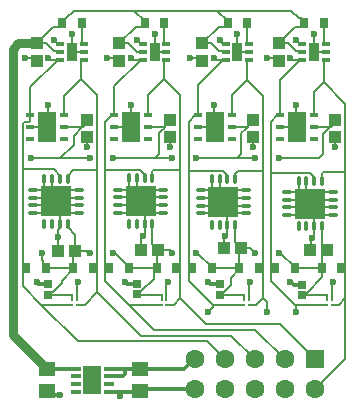
<source format=gtl>
G04*
G04 #@! TF.GenerationSoftware,Altium Limited,Altium Designer,24.5.2 (23)*
G04*
G04 Layer_Physical_Order=1*
G04 Layer_Color=255*
%FSLAX25Y25*%
%MOIN*%
G70*
G04*
G04 #@! TF.SameCoordinates,EE7ABEC0-FA62-49D2-8FE4-2AC88B8F3348*
G04*
G04*
G04 #@! TF.FilePolarity,Positive*
G04*
G01*
G75*
%ADD12C,0.00787*%
%ADD13R,0.03937X0.03937*%
%ADD14R,0.02756X0.03543*%
%ADD15R,0.02756X0.01181*%
%ADD16R,0.03504X0.06299*%
%ADD17R,0.03150X0.01575*%
%ADD18R,0.05906X0.09843*%
%ADD19R,0.10236X0.10236*%
%ADD20O,0.03347X0.01181*%
%ADD21O,0.01181X0.03347*%
%ADD22R,0.05709X0.05118*%
%ADD23R,0.03937X0.03937*%
%ADD24R,0.02835X0.02677*%
%ADD25C,0.00787*%
%ADD26R,0.05866X0.09449*%
%ADD27R,0.03543X0.01378*%
%ADD45C,0.01181*%
%ADD46C,0.02953*%
%ADD47C,0.00600*%
%ADD48R,0.06299X0.06299*%
%ADD49C,0.06299*%
%ADD50C,0.02362*%
D12*
X234252Y381890D02*
X234678D01*
X235269Y381299D01*
X236221Y387618D02*
Y387795D01*
X237421Y386417D02*
X238209D01*
X236221Y387618D02*
X237421Y386417D01*
X235269Y381299D02*
X237421D01*
X261811Y381890D02*
X262237D01*
X262828Y381299D01*
X263779Y387618D02*
Y387795D01*
X264980Y386417D02*
X265768D01*
X263779Y387618D02*
X264980Y386417D01*
X262828Y381299D02*
X264980D01*
X289370Y381890D02*
X289796D01*
X290387Y381299D01*
X291339Y387618D02*
Y387795D01*
X292539Y386417D02*
X293327D01*
X291339Y387618D02*
X292539Y386417D01*
X290387Y381299D02*
X292539D01*
X318130D02*
X318917D01*
X315977D02*
X318130D01*
X316929Y387618D02*
X318130Y386417D01*
X318917D01*
X316929Y387618D02*
Y387795D01*
X315387Y381890D02*
X315977Y381299D01*
X314961Y381890D02*
X315387D01*
X322835Y383858D02*
X326752D01*
X297244D02*
X301161D01*
X269685D02*
X273602D01*
X242126D02*
X246043D01*
X242421Y344488D02*
X250606D01*
X247605Y316929D02*
X248031D01*
X250606Y303756D02*
Y344488D01*
X246457Y299606D02*
X250606Y303756D01*
X243130Y317713D02*
X246822D01*
X247605Y316929D01*
X238764Y306988D02*
Y307706D01*
X235197Y303898D02*
X235673D01*
X242472Y311414D02*
Y311808D01*
X238764Y307706D02*
X242472Y311414D01*
X235673Y303898D02*
X238764Y306988D01*
X234252Y302953D02*
X235197Y303898D01*
X263779Y303071D02*
X264803Y304095D01*
X265201D02*
X269472Y308366D01*
X263779Y302953D02*
Y303071D01*
X269472Y310824D02*
X270457Y311808D01*
X269472Y308366D02*
Y310824D01*
X264803Y304095D02*
X265201D01*
X292760Y303898D02*
X294979Y306117D01*
X292284Y303898D02*
X292760D01*
X291339Y302953D02*
X292284Y303898D01*
X297816Y311414D02*
Y311808D01*
X294979Y308577D02*
X297816Y311414D01*
X294979Y306117D02*
Y308577D01*
X320319Y303701D02*
X325401Y308782D01*
Y311808D01*
X319843Y303701D02*
X320319D01*
X318898Y302756D02*
X319843Y303701D01*
X325394Y319547D02*
X327091Y317850D01*
X325401Y316160D02*
X327087Y317846D01*
X325401Y311808D02*
Y316160D01*
X316330Y311808D02*
X325401D01*
X311325Y316628D02*
X311904D01*
X311024Y316929D02*
X311325Y316628D01*
X316330Y311808D02*
Y312202D01*
X311904Y316628D02*
X316330Y312202D01*
X301425Y318653D02*
X303150Y316929D01*
X298437Y318653D02*
X301425D01*
X305724Y301787D02*
Y344208D01*
X297816Y318033D02*
X298437Y318653D01*
X297816Y311808D02*
Y318033D01*
X288689Y311808D02*
X297816D01*
X284263Y316628D02*
X288689Y312202D01*
X283766Y316628D02*
X284263D01*
X288689Y311808D02*
Y312202D01*
X283465Y316929D02*
X283766Y316628D01*
X274673Y317846D02*
X275590Y316929D01*
X270878Y317846D02*
X274673D01*
X270457Y317425D02*
X270878Y317846D01*
X270457Y311808D02*
Y317425D01*
X261130Y311808D02*
X270457D01*
X256704Y316628D02*
X261130Y312202D01*
X256207Y316628D02*
X256704D01*
X261130Y311808D02*
Y312202D01*
X255906Y316929D02*
X256207Y316628D01*
X242472Y317055D02*
X243130Y317713D01*
X242472Y311808D02*
Y317055D01*
X233390Y311808D02*
X242472D01*
X232283Y314567D02*
Y316929D01*
X232405Y312792D02*
X233390Y311808D01*
X232405Y312792D02*
Y314445D01*
X232283Y314567D02*
X232405Y314445D01*
X225740Y311808D02*
Y344747D01*
X273276Y358815D02*
Y359602D01*
X274803Y361130D01*
X269685Y348425D02*
X275590D01*
X255906D02*
X269685D01*
X272464Y358268D02*
X272728D01*
X271075Y356878D02*
X272464Y358268D01*
X269685Y348425D02*
X271075Y349815D01*
X272728Y358268D02*
X273276Y358815D01*
X271075Y349815D02*
Y356878D01*
X300835Y358815D02*
Y359602D01*
X302362Y361130D01*
X297244Y348425D02*
X303150D01*
X283465D02*
X297244D01*
X298634Y349815D01*
Y356878D02*
X300024Y358268D01*
X298634Y349815D02*
Y356878D01*
X300024Y358268D02*
X300287D01*
X300835Y358815D01*
X328394D02*
X330709Y361130D01*
X322764Y358815D02*
X328130D01*
X325962Y356647D02*
X328130Y358815D01*
X328394D01*
X325962Y350046D02*
Y356647D01*
X324342Y348425D02*
X325962Y350046D01*
X311024Y348425D02*
X324342D01*
X333283Y301787D02*
Y343843D01*
X325855D02*
X333283D01*
Y349917D01*
X325394Y340945D02*
Y343382D01*
X325855Y343843D01*
X333283Y352083D02*
Y366429D01*
Y349917D02*
Y352083D01*
X308457Y307685D02*
Y343601D01*
Y360571D01*
X321508Y343601D02*
X322759Y342350D01*
X308457Y343601D02*
X321508D01*
X297622Y344208D02*
X305724D01*
X296532Y343118D02*
X297622Y344208D01*
X305724D02*
Y351886D01*
X281051Y344255D02*
X292507D01*
X293822Y342940D01*
X281051Y344255D02*
Y360571D01*
Y311808D02*
Y344255D01*
Y307685D02*
Y311808D01*
X293822Y341611D02*
X293898Y341535D01*
X293822Y341611D02*
Y342940D01*
X296532Y341611D02*
Y343118D01*
X296457Y341535D02*
X296532Y341611D01*
X305724Y351886D02*
X305724Y351886D01*
X278165Y344542D02*
Y369478D01*
X269359Y344542D02*
X278165D01*
X268898Y341732D02*
Y344081D01*
X269359Y344542D01*
X278165Y301787D02*
Y344542D01*
X274803Y352362D02*
Y355405D01*
X274803Y355405D01*
X253146Y344525D02*
Y360571D01*
X264876Y344525D02*
X266263Y343137D01*
X253146Y344525D02*
X264876D01*
X253146Y307685D02*
Y344525D01*
X238189Y348425D02*
X248031D01*
X228346D02*
X238189D01*
X242682Y352918D01*
X240650Y342717D02*
X242421Y344488D01*
X250606D02*
Y369652D01*
X225740Y305756D02*
Y311808D01*
Y344747D02*
X236060D01*
X238091Y342717D01*
X225740Y344747D02*
Y359973D01*
X245717Y358815D02*
X248031Y361130D01*
X239547Y358815D02*
X245453D01*
X242682Y356044D02*
X245453Y358815D01*
X245717D01*
X242682Y352918D02*
Y356044D01*
X238091Y341634D02*
Y342717D01*
X262886Y397638D02*
X290445D01*
X266429Y393701D02*
Y394094D01*
X262886Y397638D02*
X266429Y394094D01*
X242807Y397638D02*
X262886D01*
X290445D02*
X315248D01*
X293988Y393701D02*
Y394094D01*
X290445Y397638D02*
X293988Y394094D01*
X319579Y393701D02*
Y394094D01*
Y393307D02*
Y393701D01*
X318595Y395079D02*
X319579Y394094D01*
X317807Y395079D02*
X318595D01*
X315248Y397638D02*
X317807Y395079D01*
X238870Y394094D02*
X239854Y395079D01*
X238870Y393701D02*
Y394094D01*
X239854Y395079D02*
X240248D01*
X242807Y397638D01*
X289130Y298973D02*
Y299606D01*
X287402Y297244D02*
X289130Y298973D01*
X286646Y293307D02*
X311339D01*
X307087Y297244D02*
Y300425D01*
X305724Y301787D02*
X307087Y300425D01*
X333283Y281630D02*
Y301787D01*
X323150Y271496D02*
X333283Y281630D01*
X316816Y297357D02*
Y299325D01*
X260917Y386720D02*
X263742Y383896D01*
X265730D01*
X265768Y383858D01*
X257874Y386720D02*
X260917D01*
X311339Y293307D02*
X323150Y281496D01*
X303307Y291339D02*
X313150Y281496D01*
X269492Y291339D02*
X303307D01*
X278165Y301787D02*
X286646Y293307D01*
X261224Y299606D02*
X269492Y291339D01*
X295276Y289370D02*
X303150Y281496D01*
X244094Y287402D02*
X287244D01*
X293150Y281496D01*
X250606Y303756D02*
X264992Y289370D01*
X295276D01*
X231890Y299606D02*
X244094Y287402D01*
X253146Y307685D02*
X261224Y299606D01*
X331102D02*
X333283Y301787D01*
X303543Y299606D02*
X305724Y301787D01*
X275984Y299606D02*
X278165Y301787D01*
X225740Y305756D02*
X231890Y299606D01*
X281051Y307685D02*
X289130Y299606D01*
X225740Y359973D02*
X226264Y360496D01*
X227747D01*
X228209Y360957D01*
Y362752D01*
X308457Y307685D02*
X316535Y299606D01*
X322759Y341020D02*
Y342350D01*
X308457Y360571D02*
X310638Y362752D01*
X322759Y341020D02*
X322835Y340945D01*
X310638Y362752D02*
X311425D01*
X325980Y373732D02*
X333283Y366429D01*
X281051Y360571D02*
X283232Y362752D01*
X284020D01*
X300390Y374640D02*
X305724Y369305D01*
Y351886D02*
Y369305D01*
X272831Y374813D02*
X278165Y369478D01*
X266263Y341808D02*
X266339Y341732D01*
X266263Y341808D02*
Y343137D01*
X253146Y360571D02*
X255327Y362752D01*
X256114D01*
X245272Y374986D02*
X250606Y369652D01*
X240650Y341634D02*
Y342717D01*
X228209Y358815D02*
X233878D01*
X256114D02*
X261784D01*
X284020D02*
X289689D01*
X311425D02*
X317094D01*
X329921Y352362D02*
Y355405D01*
X329921Y355405D01*
X316929Y359189D02*
Y366142D01*
X302362Y352362D02*
Y355405D01*
X302362Y355405D01*
X289370Y359189D02*
Y366142D01*
X261811Y359189D02*
Y366142D01*
X234252Y359189D02*
Y366142D01*
X233878Y358815D02*
X234252Y359189D01*
X247244Y355405D02*
X247244Y355405D01*
X247244Y352362D02*
Y355405D01*
X321650Y321277D02*
X322835Y322463D01*
X321650Y317567D02*
Y321277D01*
X322835Y322463D02*
Y325787D01*
X293898Y323301D02*
Y326378D01*
X292713Y322116D02*
X293898Y323301D01*
X265154Y321811D02*
X266339Y322996D01*
Y326575D01*
X240650Y325394D02*
Y326476D01*
Y325394D02*
X243130Y322913D01*
X238091Y325310D02*
Y326476D01*
X237405Y324625D02*
X238091Y325310D01*
X317717Y337205D02*
Y340945D01*
X320276Y334646D02*
Y340945D01*
X325394Y337205D02*
X329134D01*
X321555Y333366D02*
X322835Y334646D01*
X329134D01*
X322835D02*
X325394Y337205D01*
X322835Y332087D02*
X329134D01*
X325394Y329528D02*
X329134D01*
X322835Y332087D02*
X325394Y329528D01*
X322835Y325787D02*
Y332087D01*
X321555Y333366D02*
X322835Y332087D01*
X313976Y329528D02*
X317717D01*
X320276Y332087D02*
X321555Y333366D01*
X313976Y332087D02*
X320276D01*
X317717Y329528D02*
X320276Y332087D01*
X313976Y334646D02*
X320276D01*
X313976Y337205D02*
X317717D01*
X320276Y334646D01*
X321555Y333366D01*
X288779Y337795D02*
Y341535D01*
X291339Y335236D02*
Y341535D01*
X296457Y337795D02*
X300197D01*
X292618Y333957D02*
X293898Y335236D01*
X300197D01*
X293898D02*
X296457Y337795D01*
X293898Y332677D02*
X300197D01*
X296457Y330118D02*
X300197D01*
X293898Y332677D02*
X296457Y330118D01*
X293898Y326378D02*
Y332677D01*
X292618Y333957D02*
X293898Y332677D01*
X285039Y330118D02*
X288779D01*
X291339Y332677D02*
X292618Y333957D01*
X285039Y332677D02*
X291339D01*
X288779Y330118D02*
X291339Y332677D01*
X285039Y335236D02*
X291339D01*
X285039Y337795D02*
X288779D01*
X291339Y335236D01*
X292618Y333957D01*
X261221Y337992D02*
Y341732D01*
X263779Y335433D02*
Y341732D01*
X268898Y337992D02*
X272638D01*
X265059Y334154D02*
X266339Y335433D01*
X272638D01*
X266339D02*
X268898Y337992D01*
X266339Y332874D02*
X272638D01*
X268898Y330315D02*
X272638D01*
X266339Y332874D02*
X268898Y330315D01*
X266339Y326575D02*
Y332874D01*
X265059Y334154D02*
X266339Y332874D01*
X257480Y330315D02*
X261221D01*
X263779Y332874D02*
X265059Y334154D01*
X257480Y332874D02*
X263779D01*
X261221Y330315D02*
X263779Y332874D01*
X257480Y335433D02*
X263779D01*
X257480Y337992D02*
X261221D01*
X263779Y335433D01*
X265059Y334154D01*
X235531Y335335D02*
X236811Y334055D01*
X232972Y337894D02*
X235531Y335335D01*
X229232Y337894D02*
X232972D01*
X229232Y335335D02*
X235531D01*
X232972Y330217D02*
X235531Y332776D01*
X229232D02*
X235531D01*
X236811Y334055D01*
X229232Y330217D02*
X232972D01*
X236811Y334055D02*
X238091Y332776D01*
Y326476D02*
Y332776D01*
X240650Y330217D01*
X244390D01*
X238091Y332776D02*
X244390D01*
X238091Y335335D02*
X240650Y337894D01*
X238091Y335335D02*
X244390D01*
X236811Y334055D02*
X238091Y335335D01*
X240650Y337894D02*
X244390D01*
X235531Y335335D02*
Y341634D01*
X232972Y337894D02*
Y341634D01*
X295358Y358815D02*
X300835D01*
X267453D02*
X273276D01*
X325980Y373732D02*
Y381102D01*
X326177Y381299D01*
X326752D01*
X322764Y362752D02*
Y370516D01*
X325980Y373732D01*
X311425Y374594D02*
X318130Y381299D01*
X311425Y362752D02*
Y374594D01*
X295358Y369608D02*
X300390Y374640D01*
Y381102D01*
X295358Y362752D02*
Y369608D01*
X300390Y381102D02*
X300587Y381299D01*
X301161D01*
X284020Y372780D02*
X292539Y381299D01*
X293327D01*
X284020Y362752D02*
Y372780D01*
X267453Y369435D02*
X272831Y374813D01*
Y381102D01*
X273028Y381299D01*
X267453Y362752D02*
Y369435D01*
X273028Y381299D02*
X273602D01*
X256114Y362752D02*
Y372433D01*
X264980Y381299D01*
X265768D01*
X245272Y374986D02*
Y381102D01*
X245468Y381299D01*
X246043D01*
X239547Y362752D02*
Y369262D01*
X245272Y374986D01*
X228209Y372087D02*
X237421Y381299D01*
X228209Y362752D02*
Y372087D01*
X237421Y381299D02*
X238209D01*
X322835Y383858D02*
Y389764D01*
X322835Y389764D01*
X297244Y383858D02*
Y389764D01*
X297244Y389764D01*
X269685Y383858D02*
Y389764D01*
X269685Y389764D01*
X242126Y389764D02*
X242126Y389764D01*
X242126Y383858D02*
Y389764D01*
X307087Y381890D02*
X310130D01*
X311024Y380996D01*
X281496Y381890D02*
X284539D01*
X285433Y380996D01*
X253937Y381890D02*
X256980D01*
X257874Y380996D01*
X229421Y381890D02*
X230315Y380996D01*
X226378Y381890D02*
X229421D01*
X265154Y317846D02*
Y321811D01*
X237405Y317713D02*
Y324625D01*
X325394Y319547D02*
Y325787D01*
X245382Y386614D02*
Y393701D01*
Y386614D02*
X245579Y386417D01*
X246043D01*
X273138D02*
X273602D01*
X272941Y386614D02*
Y393701D01*
Y386614D02*
X273138Y386417D01*
X300697D02*
X301161D01*
X300500Y386614D02*
Y393701D01*
Y386614D02*
X300697Y386417D01*
X326091Y386614D02*
Y393701D01*
Y386614D02*
X326287Y386417D01*
X326752D01*
X316626Y392323D02*
X318595D01*
X319579Y393307D01*
X311024Y386720D02*
X316626Y392323D01*
X316839Y384055D02*
X318721D01*
X311024Y386720D02*
X314173D01*
X316839Y384055D01*
X318721D02*
X318917Y383858D01*
X291248Y384055D02*
X293130D01*
X293327Y383858D01*
X285433Y386720D02*
X288583D01*
X291248Y384055D01*
X293988Y393307D02*
Y393701D01*
X285433Y386720D02*
X291035Y392323D01*
X293004D01*
X293988Y393307D01*
X263476Y392323D02*
X265445D01*
X266429Y393307D01*
Y393701D01*
X257874Y386720D02*
X263476Y392323D01*
X237886D02*
X238870Y393307D01*
Y393701D01*
X235917Y392323D02*
X237886D01*
X230315Y386720D02*
X235917Y392323D01*
X233465Y386720D02*
X236130Y384055D01*
X238012D02*
X238209Y383858D01*
X230315Y386720D02*
X233465D01*
X236130Y384055D02*
X238012D01*
X243130Y317713D02*
Y322913D01*
X268898Y319827D02*
Y326575D01*
Y319827D02*
X270878Y317846D01*
X292713Y318653D02*
Y322116D01*
X296457Y320634D02*
Y326378D01*
Y320634D02*
X298437Y318653D01*
D13*
X230315Y380996D02*
D03*
Y386720D02*
D03*
X257874Y380996D02*
D03*
Y386720D02*
D03*
X285433Y380996D02*
D03*
Y386720D02*
D03*
X311024Y380996D02*
D03*
Y386720D02*
D03*
X247244Y355405D02*
D03*
Y361130D02*
D03*
X329921Y355405D02*
D03*
Y361130D02*
D03*
X302362Y355405D02*
D03*
Y361130D02*
D03*
X274803Y355405D02*
D03*
Y361130D02*
D03*
D14*
X245382Y393701D02*
D03*
X238870D02*
D03*
X272941D02*
D03*
X266429D02*
D03*
X300500D02*
D03*
X293988D02*
D03*
X326091D02*
D03*
X319579D02*
D03*
X233390Y311808D02*
D03*
X226878D02*
D03*
X261130D02*
D03*
X254618D02*
D03*
X242472D02*
D03*
X248984D02*
D03*
X270457D02*
D03*
X276968D02*
D03*
X288689D02*
D03*
X282177D02*
D03*
X297816D02*
D03*
X304328D02*
D03*
X325401D02*
D03*
X331912D02*
D03*
X316330D02*
D03*
X309818D02*
D03*
D15*
X326752Y381299D02*
D03*
Y383858D02*
D03*
Y386417D02*
D03*
X318917Y381299D02*
D03*
Y383858D02*
D03*
Y386417D02*
D03*
X301161Y381299D02*
D03*
Y383858D02*
D03*
Y386417D02*
D03*
X293327Y381299D02*
D03*
Y383858D02*
D03*
Y386417D02*
D03*
X273602Y381299D02*
D03*
Y383858D02*
D03*
Y386417D02*
D03*
X265768Y381299D02*
D03*
Y383858D02*
D03*
Y386417D02*
D03*
X246043Y381299D02*
D03*
Y383858D02*
D03*
Y386417D02*
D03*
X238209Y381299D02*
D03*
Y383858D02*
D03*
Y386417D02*
D03*
D16*
X322835Y383858D02*
D03*
X297244D02*
D03*
X269685D02*
D03*
X242126D02*
D03*
D17*
X228209Y362752D02*
D03*
Y358815D02*
D03*
Y354878D02*
D03*
X239547Y362752D02*
D03*
Y358815D02*
D03*
Y354878D02*
D03*
X256114Y362752D02*
D03*
Y358815D02*
D03*
Y354878D02*
D03*
X267453Y362752D02*
D03*
Y358815D02*
D03*
Y354878D02*
D03*
X284020Y362752D02*
D03*
Y358815D02*
D03*
Y354878D02*
D03*
X295358Y362752D02*
D03*
Y358815D02*
D03*
Y354878D02*
D03*
X311425Y362752D02*
D03*
Y358815D02*
D03*
Y354878D02*
D03*
X322764Y362752D02*
D03*
Y358815D02*
D03*
Y354878D02*
D03*
D18*
X233878Y358815D02*
D03*
X261784D02*
D03*
X289689D02*
D03*
X317094D02*
D03*
D19*
X321555Y333366D02*
D03*
X292618Y333957D02*
D03*
X236811Y334055D02*
D03*
X265059Y334154D02*
D03*
D20*
X329134Y337205D02*
D03*
Y334646D02*
D03*
Y332087D02*
D03*
Y329528D02*
D03*
X313976D02*
D03*
Y332087D02*
D03*
Y334646D02*
D03*
Y337205D02*
D03*
X300197Y337795D02*
D03*
Y335236D02*
D03*
Y332677D02*
D03*
Y330118D02*
D03*
X285039D02*
D03*
Y332677D02*
D03*
Y335236D02*
D03*
Y337795D02*
D03*
X244390Y337894D02*
D03*
Y335335D02*
D03*
Y332776D02*
D03*
Y330217D02*
D03*
X229232D02*
D03*
Y332776D02*
D03*
Y335335D02*
D03*
Y337894D02*
D03*
X272638Y337992D02*
D03*
Y335433D02*
D03*
Y332874D02*
D03*
Y330315D02*
D03*
X257480D02*
D03*
Y332874D02*
D03*
Y335433D02*
D03*
Y337992D02*
D03*
D21*
X325394Y325787D02*
D03*
X322835D02*
D03*
X320276D02*
D03*
X317717D02*
D03*
Y340945D02*
D03*
X320276D02*
D03*
X322835D02*
D03*
X325394D02*
D03*
X296457Y326378D02*
D03*
X293898D02*
D03*
X291339D02*
D03*
X288779D02*
D03*
Y341535D02*
D03*
X291339D02*
D03*
X293898D02*
D03*
X296457D02*
D03*
X240650Y326476D02*
D03*
X238091D02*
D03*
X235531D02*
D03*
X232972D02*
D03*
Y341634D02*
D03*
X235531D02*
D03*
X238091D02*
D03*
X240650D02*
D03*
X268898Y326575D02*
D03*
X266339D02*
D03*
X263779D02*
D03*
X261221D02*
D03*
Y341732D02*
D03*
X263779D02*
D03*
X266339D02*
D03*
X268898D02*
D03*
D22*
X264882Y278114D02*
D03*
Y270815D02*
D03*
X233882Y278114D02*
D03*
Y270815D02*
D03*
D23*
X237405Y317713D02*
D03*
X243130D02*
D03*
X265154Y317846D02*
D03*
X270878D02*
D03*
X292713Y318653D02*
D03*
X298437D02*
D03*
X321362Y317846D02*
D03*
X327087D02*
D03*
D24*
X318898Y302756D02*
D03*
Y306299D02*
D03*
X291339Y302953D02*
D03*
Y306496D02*
D03*
X263779Y303150D02*
D03*
Y306693D02*
D03*
X234252Y302953D02*
D03*
Y306496D02*
D03*
D25*
X242126Y299606D02*
D03*
Y301181D02*
D03*
Y302756D02*
D03*
X243701Y299606D02*
D03*
Y301181D02*
D03*
Y302756D02*
D03*
X272047Y299606D02*
D03*
Y301181D02*
D03*
Y302756D02*
D03*
X273622Y299606D02*
D03*
Y301181D02*
D03*
Y302756D02*
D03*
X327165Y299606D02*
D03*
Y301181D02*
D03*
Y302756D02*
D03*
X328740Y299606D02*
D03*
Y301181D02*
D03*
Y302756D02*
D03*
X299606Y299606D02*
D03*
Y301181D02*
D03*
Y302756D02*
D03*
X301181Y299606D02*
D03*
Y301181D02*
D03*
Y302756D02*
D03*
D26*
X248882Y274465D02*
D03*
D27*
X254374Y270626D02*
D03*
Y273185D02*
D03*
Y275744D02*
D03*
Y278303D02*
D03*
X243390Y270626D02*
D03*
Y273185D02*
D03*
Y275744D02*
D03*
Y278303D02*
D03*
D45*
X235012Y269685D02*
X238189D01*
X233882Y270815D02*
X235012Y269685D01*
X315280Y307087D02*
X316068Y306299D01*
X318898D01*
X314961Y307087D02*
X315280D01*
X287402D02*
X287992Y306496D01*
X291339D01*
X259842Y307087D02*
X260162D01*
X260556Y306693D02*
X263779D01*
X260162Y307087D02*
X260556Y306693D01*
X230315Y307087D02*
X230906Y306496D01*
X234252D01*
X239132Y278114D02*
X239321Y278303D01*
X233882Y278114D02*
X239132D01*
X239321Y278303D02*
X243390D01*
X265563Y271496D02*
X283150D01*
X264882Y270815D02*
X265563Y271496D01*
X264693Y270626D02*
X264882Y270815D01*
X254374Y270626D02*
X264693D01*
X260264Y278114D02*
X264882D01*
X255646D02*
X260264D01*
X259842Y276436D02*
Y277693D01*
X254374Y275744D02*
X259151D01*
X259842Y276436D01*
Y277693D02*
X260264Y278114D01*
X255457Y278303D02*
X255646Y278114D01*
X254374Y278303D02*
X255457D01*
X279572Y278114D02*
X282954Y281496D01*
X283150D01*
X264882Y278114D02*
X279572D01*
D46*
X222441Y348425D02*
Y384991D01*
Y316929D02*
Y348425D01*
Y289555D02*
Y316929D01*
Y384991D02*
X224171Y386720D01*
X230315D01*
X232504Y279197D02*
X233587Y278114D01*
X232504Y279197D02*
Y279492D01*
X222441Y289555D02*
X232504Y279492D01*
X233587Y278114D02*
X233882D01*
D47*
X316816Y297357D02*
X316929Y297244D01*
X316535Y299606D02*
X316816Y299325D01*
X329134Y306610D02*
Y307087D01*
X328740Y302756D02*
Y306216D01*
X329134Y306610D01*
X328740Y301181D02*
Y302756D01*
X243701Y299606D02*
X246457D01*
X261224D02*
X272047D01*
X328740D02*
X331102D01*
X301181D02*
X303543D01*
X273622D02*
X275984D01*
X273622Y302756D02*
Y306216D01*
X274016Y306610D01*
Y307087D01*
X289130Y299606D02*
X299606D01*
X316535D02*
X327165D01*
X231890D02*
X242126D01*
X318898Y302756D02*
X327165D01*
X301575Y306610D02*
Y307087D01*
X301181Y302756D02*
Y306216D01*
X301575Y306610D01*
X243701Y306216D02*
X244094Y306610D01*
X243701Y302756D02*
Y306216D01*
X244094Y306610D02*
Y307087D01*
X243701Y301181D02*
Y302756D01*
X242126Y301181D02*
Y302756D01*
X273622Y301181D02*
Y302756D01*
X272047Y301181D02*
Y302756D01*
X299606Y301181D02*
Y302756D01*
X301181Y301181D02*
Y302756D01*
X327165Y301181D02*
Y302756D01*
X318898Y302756D02*
X318898Y302756D01*
X291535D02*
X299606D01*
X291339Y302953D02*
X291535Y302756D01*
X263779Y302953D02*
X263976Y302756D01*
X272047D01*
X234449D02*
X242126D01*
X234252Y302953D02*
X234449Y302756D01*
D48*
X323150Y281496D02*
D03*
D49*
X313150D02*
D03*
X303150D02*
D03*
X293150D02*
D03*
X283150D02*
D03*
X323150Y271496D02*
D03*
X313150D02*
D03*
X303150D02*
D03*
X293150D02*
D03*
X283150D02*
D03*
D50*
X258045Y269315D02*
D03*
X234252Y381890D02*
D03*
X236221Y387795D02*
D03*
X261811Y381890D02*
D03*
X263779Y387795D02*
D03*
X289370Y381890D02*
D03*
X291339Y387795D02*
D03*
X316929D02*
D03*
X314961Y381890D02*
D03*
X248031Y316929D02*
D03*
X238189Y269685D02*
D03*
X314961Y307087D02*
D03*
X287402D02*
D03*
X259842D02*
D03*
X230315D02*
D03*
X311024Y316929D02*
D03*
X303150D02*
D03*
X283465D02*
D03*
X275590D02*
D03*
X255906D02*
D03*
X232283D02*
D03*
X222441D02*
D03*
X311024Y348425D02*
D03*
X303150D02*
D03*
X283465D02*
D03*
X275590D02*
D03*
X255906D02*
D03*
X274803Y352362D02*
D03*
X248031Y348425D02*
D03*
X222441D02*
D03*
X228346D02*
D03*
X287402Y297244D02*
D03*
X307087D02*
D03*
X316929D02*
D03*
X329134Y307087D02*
D03*
X274016D02*
D03*
X301575D02*
D03*
X244094D02*
D03*
X237498Y322188D02*
D03*
X265746Y322403D02*
D03*
X322242Y321870D02*
D03*
X293305Y322709D02*
D03*
X329921Y352362D02*
D03*
X316929Y366142D02*
D03*
X302362Y352362D02*
D03*
X289370Y366142D02*
D03*
X261811D02*
D03*
X234252D02*
D03*
X247244Y352362D02*
D03*
X322835Y389764D02*
D03*
X297244D02*
D03*
X269685D02*
D03*
X242126D02*
D03*
X307087Y381890D02*
D03*
X281496D02*
D03*
X253937D02*
D03*
X226378D02*
D03*
M02*

</source>
